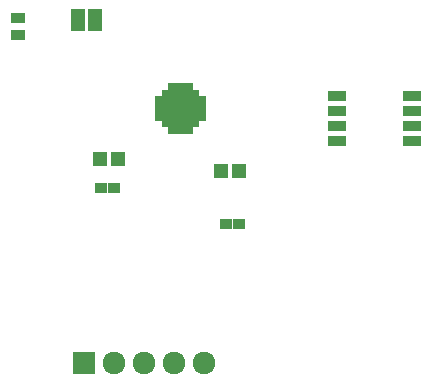
<source format=gts>
G04 #@! TF.FileFunction,Soldermask,Top*
%FSLAX46Y46*%
G04 Gerber Fmt 4.6, Leading zero omitted, Abs format (unit mm)*
G04 Created by KiCad (PCBNEW 4.0.1-3.201512221402+6198~38~ubuntu15.04.1-stable) date Mon 04 Jan 2016 10:21:23 PM EST*
%MOMM*%
G01*
G04 APERTURE LIST*
%ADD10C,0.100000*%
%ADD11R,1.543000X0.908000*%
%ADD12R,1.000000X0.900000*%
%ADD13R,1.200000X1.150000*%
%ADD14R,0.700000X0.700000*%
%ADD15R,1.300000X0.700000*%
%ADD16R,0.700000X1.300000*%
%ADD17R,2.200000X2.200000*%
%ADD18R,1.300000X0.900000*%
%ADD19R,1.250000X1.050000*%
%ADD20R,1.924000X1.924000*%
%ADD21C,1.924000*%
G04 APERTURE END LIST*
D10*
D11*
X189475000Y-92905000D03*
X189475000Y-91635000D03*
X189475000Y-90365000D03*
X189475000Y-89095000D03*
X195825000Y-89095000D03*
X195825000Y-90365000D03*
X195825000Y-91635000D03*
X195825000Y-92905000D03*
D12*
X169550000Y-96950000D03*
X170650000Y-96950000D03*
D13*
X169450000Y-94450000D03*
X170950000Y-94450000D03*
D12*
X181200000Y-100000000D03*
X180100000Y-100000000D03*
D13*
X181200000Y-95500000D03*
X179700000Y-95500000D03*
D14*
X175015001Y-91450000D03*
X175015001Y-88950000D03*
D15*
X174715001Y-89450000D03*
X174715001Y-89950000D03*
X174715001Y-90450000D03*
X174715001Y-90950000D03*
D16*
X175515001Y-91750000D03*
X176015001Y-91750000D03*
X176515001Y-91750000D03*
X177015001Y-91750000D03*
D14*
X177515001Y-91450000D03*
D15*
X177815001Y-90950000D03*
X177815001Y-90450000D03*
X177815001Y-89950000D03*
X177815001Y-89450000D03*
D14*
X177515001Y-88950000D03*
D16*
X177015001Y-88650000D03*
X176515001Y-88650000D03*
X176015001Y-88650000D03*
X175515001Y-88650000D03*
D17*
X176265001Y-90200000D03*
D18*
X162500000Y-82500000D03*
X162500000Y-84000000D03*
D19*
X169050000Y-82300000D03*
X169050000Y-83150000D03*
X167600000Y-83150000D03*
X167600000Y-82300000D03*
D20*
X168080000Y-111700000D03*
D21*
X170620000Y-111700000D03*
X173160000Y-111700000D03*
X175700000Y-111700000D03*
X178240000Y-111700000D03*
M02*

</source>
